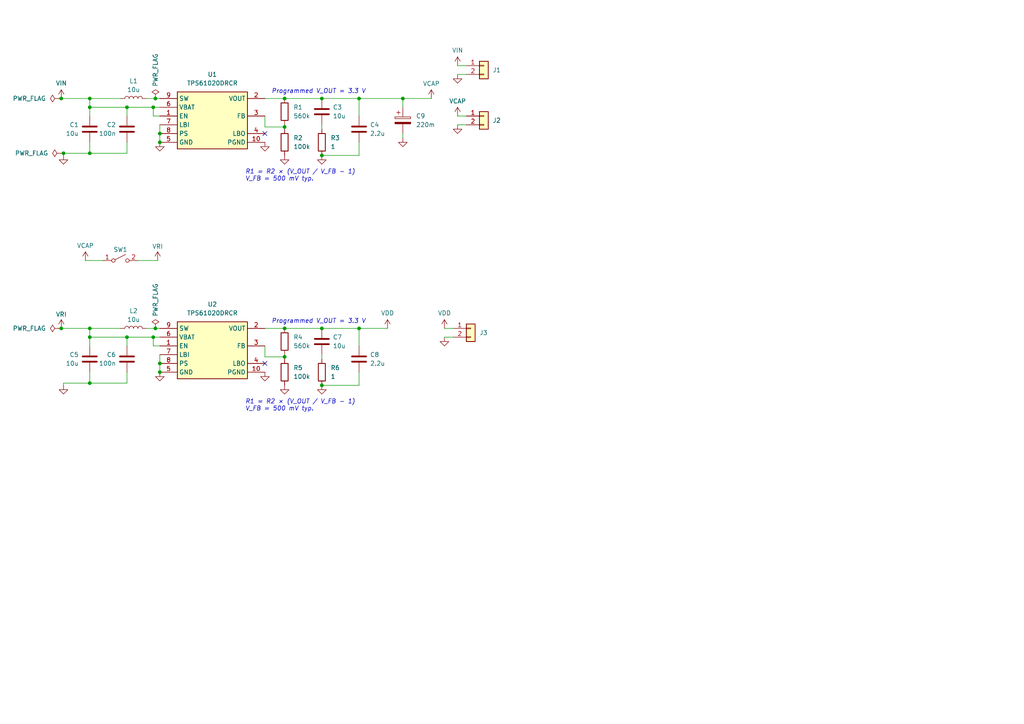
<source format=kicad_sch>
(kicad_sch (version 20230121) (generator eeschema)
  (paper "A4")
  (lib_symbols
    (symbol "Connector_Generic:Conn_01x02" (pin_names (offset 1.016) hide)
      (property "Reference" "J" (at 0 2.54 0))
      (property "Value" "Conn_01x02" (at 0 -5.08 0))
      (symbol "Conn_01x02_1_1"
        (rectangle (start -1.27 -2.413) (end 0 -2.667) (stroke (width 0.1524)))
        (rectangle (start -1.27 0.127) (end 0 -0.127) (stroke (width 0.1524)))
        (rectangle (start -1.27 1.27) (end 1.27 -3.81) (stroke (width 0.254)) (fill (type background)))
        (pin passive line (at -5.08 0 0) (length 3.81) (name "Pin_1") (number "1"))
        (pin passive line (at -5.08 -2.54 0) (length 3.81) (name "Pin_2") (number "2"))
      )
    )
    (symbol "Device:C" (pin_numbers hide) (pin_names (offset 0.254))
      (property "Reference" "C" (at 0.635 2.54 0))
      (property "Value" "C" (at 0.635 -2.54 0))
      (symbol "C_0_1"
        (polyline (pts (xy -2.032 -0.762) (xy 2.032 -0.762)) (stroke (width 0.508)))
        (polyline (pts (xy -2.032 0.762) (xy 2.032 0.762)) (stroke (width 0.508)))
      )
      (symbol "C_1_1"
        (pin passive line (at 0 3.81 270) (length 2.794) (name "~") (number "1"))
        (pin passive line (at 0 -3.81 90) (length 2.794) (name "~") (number "2"))
      )
    )
    (symbol "Device:C_Polarized" (pin_numbers hide) (pin_names (offset 0.254))
      (property "Reference" "C" (at 0.635 2.54 0))
      (property "Value" "C_Polarized" (at 0.635 -2.54 0))
      (symbol "C_Polarized_0_1"
        (rectangle (start -2.286 0.508) (end 2.286 1.016))
        (polyline (pts (xy -1.778 2.286) (xy -0.762 2.286)))
        (polyline (pts (xy -1.27 2.794) (xy -1.27 1.778)))
        (rectangle (start 2.286 -0.508) (end -2.286 -1.016) (fill (type outline)))
      )
      (symbol "C_Polarized_1_1"
        (pin passive line (at 0 3.81 270) (length 2.794) (name "~") (number "1"))
        (pin passive line (at 0 -3.81 90) (length 2.794) (name "~") (number "2"))
      )
    )
    (symbol "Device:L" (pin_numbers hide) (pin_names (offset 1.016) hide)
      (property "Reference" "L" (at -1.27 0 90))
      (property "Value" "L" (at 1.905 0 90))
      (symbol "L_0_1"
        (arc (start 0 -2.54) (mid 0.6323 -1.905) (end 0 -1.27))
        (arc (start 0 -1.27) (mid 0.6323 -0.635) (end 0 0))
        (arc (start 0 0) (mid 0.6323 0.635) (end 0 1.27))
        (arc (start 0 1.27) (mid 0.6323 1.905) (end 0 2.54))
      )
      (symbol "L_1_1"
        (pin passive line (at 0 3.81 270) (length 1.27) (name "1") (number "1"))
        (pin passive line (at 0 -3.81 90) (length 1.27) (name "2") (number "2"))
      )
    )
    (symbol "Device:R" (pin_numbers hide) (pin_names (offset 0))
      (property "Reference" "R" (at 2.032 0 90))
      (property "Value" "R" (at 0 0 90))
      (symbol "R_0_1"
        (rectangle (start -1.016 -2.54) (end 1.016 2.54) (stroke (width 0.254)))
      )
      (symbol "R_1_1"
        (pin passive line (at 0 3.81 270) (length 1.27) (name "~") (number "1"))
        (pin passive line (at 0 -3.81 90) (length 1.27) (name "~") (number "2"))
      )
    )
    (symbol "Soleil_symbols:VCAP" (power) (pin_names (offset 0))
      (property "Value" "VCAP" (at 0 3.81 0))
      (symbol "VCAP_0_1"
        (polyline (pts (xy -0.762 1.27) (xy 0 2.54)))
        (polyline (pts (xy 0 0) (xy 0 2.54)))
        (polyline (pts (xy 0 2.54) (xy 0.762 1.27)))
      )
      (symbol "VCAP_1_1"
        (pin power_in line (at 0 0 90) (length 0) hide (name "VCAP") (number "1"))
      )
    )
    (symbol "Soleil_symbols:VIN" (power) (pin_names (offset 0))
      (property "Value" "VIN" (at 0 3.81 0))
      (symbol "VIN_0_1"
        (polyline (pts (xy -0.762 1.27) (xy 0 2.54)))
        (polyline (pts (xy 0 0) (xy 0 2.54)))
        (polyline (pts (xy 0 2.54) (xy 0.762 1.27)))
      )
      (symbol "VIN_1_1"
        (pin power_in line (at 0 0 90) (length 0) hide (name "VIN") (number "1"))
      )
    )
    (symbol "Soleil_symbols:VRI" (power) (pin_names (offset 0))
      (property "Value" "VRI" (at 0 3.81 0))
      (symbol "VRI_0_1"
        (polyline (pts (xy -0.762 1.27) (xy 0 2.54)))
        (polyline (pts (xy 0 0) (xy 0 2.54)))
        (polyline (pts (xy 0 2.54) (xy 0.762 1.27)))
      )
      (symbol "VRI_1_1"
        (pin power_in line (at 0 0 90) (length 0) hide (name "VRI") (number "1"))
      )
    )
    (symbol "Switch:SW_SPST" (pin_names (offset 0) hide)
      (property "Reference" "SW" (at 0 3.175 0))
      (property "Value" "SW_SPST" (at 0 -2.54 0))
      (symbol "SW_SPST_0_0"
        (circle (center -2.032 0) (radius 0.508))
        (polyline (pts (xy -1.524 0.254) (xy 1.524 1.778)))
        (circle (center 2.032 0) (radius 0.508))
      )
      (symbol "SW_SPST_1_1"
        (pin passive line (at -5.08 0 0) (length 2.54) (name "A") (number "1"))
        (pin passive line (at 5.08 0 180) (length 2.54) (name "B") (number "2"))
      )
    )
    (symbol "TPS61020DRCR:TPS61020DRCR"
      (property "Reference" "U" (at 15.24 9.525 0))
      (property "Value" "TPS61020DRCR" (at 15.24 6.985 0))
      (symbol "TPS61020DRCR_1_1"
        (rectangle (start 5.08 4.445) (end 25.4 -12.065) (stroke (width 0.254)) (fill (type background)))
        (pin passive line (at 0 -2.54 0) (length 5.08) (name "EN") (number "1"))
        (pin power_in line (at 30.48 -10.16 180) (length 5.08) (name "PGND") (number "10"))
        (pin passive line (at 30.48 -10.16 180) (length 5.08) hide (name "EP/PGND_1") (number "11"))
        (pin power_out line (at 30.48 2.54 180) (length 5.08) (name "VOUT") (number "2"))
        (pin passive line (at 30.48 -2.54 180) (length 5.08) (name "FB") (number "3"))
        (pin passive line (at 30.48 -7.62 180) (length 5.08) (name "LBO") (number "4"))
        (pin passive line (at 0 -10.16 0) (length 5.08) (name "GND") (number "5"))
        (pin power_in line (at 0 0 0) (length 5.08) (name "VBAT") (number "6"))
        (pin passive line (at 0 -5.08 0) (length 5.08) (name "LBI") (number "7"))
        (pin passive line (at 0 -7.62 0) (length 5.08) (name "PS") (number "8"))
        (pin passive line (at 0 2.54 0) (length 5.08) (name "SW") (number "9"))
        (pin passive line (at 30.48 -10.16 180) (length 5.08) hide (name "EP/PGND_2") (number "A11"))
        (pin passive line (at 30.48 -10.16 180) (length 5.08) hide (name "EP/PGND_3") (number "B11"))
        (pin passive line (at 30.48 -10.16 180) (length 5.08) hide (name "EP/PGND_4") (number "C11"))
        (pin passive line (at 30.48 -10.16 180) (length 5.08) hide (name "EP/PGND_5") (number "D11"))
      )
    )
    (symbol "power:GND" (power) (pin_names (offset 0))
      (property "Value" "GND" (at 0 -3.81 0))
      (symbol "GND_0_1"
        (polyline (pts (xy 0 0) (xy 0 -1.27) (xy 1.27 -1.27) (xy 0 -2.54) (xy -1.27 -1.27) (xy 0 -1.27)))
      )
      (symbol "GND_1_1"
        (pin power_in line (at 0 0 270) (length 0) hide (name "GND") (number "1"))
      )
    )
    (symbol "power:PWR_FLAG" (power) (pin_numbers hide) (pin_names (offset 0) hide)
      (property "Value" "PWR_FLAG" (at 0 3.81 0))
      (symbol "PWR_FLAG_0_0"
        (pin power_out line (at 0 0 90) (length 0) (name "pwr") (number "1"))
      )
      (symbol "PWR_FLAG_0_1"
        (polyline (pts (xy 0 0) (xy 0 1.27) (xy -1.016 1.905) (xy 0 2.54) (xy 1.016 1.905) (xy 0 1.27)))
      )
    )
    (symbol "power:VDD" (power) (pin_names (offset 0))
      (property "Value" "VDD" (at 0 3.81 0))
      (symbol "VDD_0_1"
        (polyline (pts (xy -0.762 1.27) (xy 0 2.54)))
        (polyline (pts (xy 0 0) (xy 0 2.54)))
        (polyline (pts (xy 0 2.54) (xy 0.762 1.27)))
      )
      (symbol "VDD_1_1"
        (pin power_in line (at 0 0 90) (length 0) hide (name "VDD") (number "1"))
      )
    )
  )
  (junction (at 26.035 95.25))
  (junction (at 116.84 28.575))
  (junction (at 18.415 44.45))
  (junction (at 26.035 111.125))
  (junction (at 82.55 36.83))
  (junction (at 93.345 28.575))
  (junction (at 36.83 97.79))
  (junction (at 93.345 45.085))
  (junction (at 26.035 44.45))
  (junction (at 44.45 31.115))
  (junction (at 46.355 107.95))
  (junction (at 36.83 31.115))
  (junction (at 17.78 28.575))
  (junction (at 45.085 95.25))
  (junction (at 93.345 111.76))
  (junction (at 17.78 95.25))
  (junction (at 104.14 28.575))
  (junction (at 46.355 105.41))
  (junction (at 26.035 31.115))
  (junction (at 44.45 97.79))
  (junction (at 26.035 28.575))
  (junction (at 26.035 97.79))
  (junction (at 82.55 103.505))
  (junction (at 104.14 95.25))
  (junction (at 46.355 38.735))
  (junction (at 82.55 95.25))
  (junction (at 45.085 28.575))
  (junction (at 93.345 95.25))
  (junction (at 82.55 28.575))
  (junction (at 46.355 41.275))
  (no_connect (at 76.835 105.41))
  (no_connect (at 76.835 38.735))
  (wire (pts (xy 17.145 28.575) (xy 17.78 28.575)))
  (wire (pts (xy 128.905 97.79) (xy 131.445 97.79)))
  (wire (pts (xy 44.45 97.79) (xy 46.355 97.79)))
  (wire (pts (xy 116.84 40.005) (xy 116.84 38.735)))
  (wire (pts (xy 36.83 97.79) (xy 36.83 100.33)))
  (wire (pts (xy 18.415 111.125) (xy 18.415 111.76)))
  (wire (pts (xy 26.035 41.275) (xy 26.035 44.45)))
  (wire (pts (xy 76.835 100.33) (xy 76.835 103.505)))
  (wire (pts (xy 93.345 36.195) (xy 93.345 37.465)))
  (wire (pts (xy 132.715 33.655) (xy 135.255 33.655)))
  (wire (pts (xy 46.355 36.195) (xy 46.355 38.735)))
  (wire (pts (xy 45.72 75.565) (xy 40.005 75.565)))
  (wire (pts (xy 45.085 95.25) (xy 46.355 95.25)))
  (wire (pts (xy 42.545 95.25) (xy 45.085 95.25)))
  (wire (pts (xy 26.035 111.125) (xy 18.415 111.125)))
  (wire (pts (xy 26.035 31.115) (xy 26.035 28.575)))
  (wire (pts (xy 116.84 28.575) (xy 116.84 31.115)))
  (wire (pts (xy 76.835 95.25) (xy 82.55 95.25)))
  (wire (pts (xy 36.83 41.275) (xy 36.83 44.45)))
  (wire (pts (xy 82.55 103.505) (xy 82.55 104.14)))
  (wire (pts (xy 82.55 102.87) (xy 82.55 103.505)))
  (wire (pts (xy 112.395 95.25) (xy 104.14 95.25)))
  (wire (pts (xy 76.835 28.575) (xy 82.55 28.575)))
  (wire (pts (xy 128.905 95.25) (xy 131.445 95.25)))
  (wire (pts (xy 46.355 105.41) (xy 46.355 107.95)))
  (wire (pts (xy 36.83 97.79) (xy 44.45 97.79)))
  (wire (pts (xy 82.55 36.195) (xy 82.55 36.83)))
  (wire (pts (xy 26.035 31.115) (xy 26.035 33.655)))
  (wire (pts (xy 104.14 111.76) (xy 93.345 111.76)))
  (wire (pts (xy 45.085 28.575) (xy 46.355 28.575)))
  (wire (pts (xy 104.14 28.575) (xy 93.345 28.575)))
  (wire (pts (xy 116.84 28.575) (xy 104.14 28.575)))
  (wire (pts (xy 29.845 75.565) (xy 24.765 75.565)))
  (wire (pts (xy 46.355 38.735) (xy 46.355 41.275)))
  (wire (pts (xy 17.78 28.575) (xy 26.035 28.575)))
  (wire (pts (xy 44.45 97.79) (xy 44.45 100.33)))
  (wire (pts (xy 26.035 44.45) (xy 18.415 44.45)))
  (wire (pts (xy 46.355 33.655) (xy 44.45 33.655)))
  (wire (pts (xy 104.14 95.25) (xy 104.14 100.33)))
  (wire (pts (xy 82.55 36.83) (xy 82.55 37.465)))
  (wire (pts (xy 26.035 97.79) (xy 26.035 95.25)))
  (wire (pts (xy 104.14 41.275) (xy 104.14 45.085)))
  (wire (pts (xy 104.14 45.085) (xy 93.345 45.085)))
  (wire (pts (xy 76.835 33.655) (xy 76.835 36.83)))
  (wire (pts (xy 26.035 97.79) (xy 26.035 100.33)))
  (wire (pts (xy 104.14 107.95) (xy 104.14 111.76)))
  (wire (pts (xy 76.835 36.83) (xy 82.55 36.83)))
  (wire (pts (xy 132.715 21.59) (xy 135.255 21.59)))
  (wire (pts (xy 44.45 31.115) (xy 44.45 33.655)))
  (wire (pts (xy 36.83 44.45) (xy 26.035 44.45)))
  (wire (pts (xy 93.345 102.87) (xy 93.345 104.14)))
  (wire (pts (xy 17.145 95.25) (xy 17.78 95.25)))
  (wire (pts (xy 116.84 28.575) (xy 125.095 28.575)))
  (wire (pts (xy 36.83 111.125) (xy 26.035 111.125)))
  (wire (pts (xy 44.45 31.115) (xy 46.355 31.115)))
  (wire (pts (xy 26.035 28.575) (xy 34.925 28.575)))
  (wire (pts (xy 82.55 28.575) (xy 93.345 28.575)))
  (wire (pts (xy 42.545 28.575) (xy 45.085 28.575)))
  (wire (pts (xy 104.14 28.575) (xy 104.14 33.655)))
  (wire (pts (xy 17.78 44.45) (xy 18.415 44.45)))
  (wire (pts (xy 46.355 100.33) (xy 44.45 100.33)))
  (wire (pts (xy 26.035 97.79) (xy 36.83 97.79)))
  (wire (pts (xy 104.14 95.25) (xy 93.345 95.25)))
  (wire (pts (xy 46.355 102.87) (xy 46.355 105.41)))
  (wire (pts (xy 76.835 103.505) (xy 82.55 103.505)))
  (wire (pts (xy 132.715 36.195) (xy 135.255 36.195)))
  (wire (pts (xy 82.55 95.25) (xy 93.345 95.25)))
  (wire (pts (xy 36.83 31.115) (xy 36.83 33.655)))
  (wire (pts (xy 26.035 95.25) (xy 34.925 95.25)))
  (wire (pts (xy 36.83 107.95) (xy 36.83 111.125)))
  (wire (pts (xy 26.035 107.95) (xy 26.035 111.125)))
  (wire (pts (xy 132.715 19.05) (xy 135.255 19.05)))
  (wire (pts (xy 17.78 95.25) (xy 26.035 95.25)))
  (wire (pts (xy 36.83 31.115) (xy 44.45 31.115)))
  (wire (pts (xy 26.035 31.115) (xy 36.83 31.115)))
  (wire (pts (xy 18.415 44.45) (xy 18.415 45.085)))
  (text "Programmed V_OUT = 3.3 V" (at 78.74 27.305 0) (effects (font (size 1.27 1.27) italic) (justify left bottom)))
  (text "Programmed V_OUT = 3.3 V" (at 78.74 93.98 0) (effects (font (size 1.27 1.27) italic) (justify left bottom)))
  (text "R1 = R2 × (V_OUT / V_FB - 1)\nV_FB = 500 mV typ." (at 71.12 119.38 0) (effects (font (size 1.27 1.27) italic) (justify left bottom)))
  (text "R1 = R2 × (V_OUT / V_FB - 1)\nV_FB = 500 mV typ." (at 71.12 52.705 0) (effects (font (size 1.27 1.27) italic) (justify left bottom)))
  (symbol (lib_id "power:VDD") (at 128.905 95.25 0) (unit 1)
    (property "Reference" "#PWR08" (effects hide))
    (property "Value" "VDD" (at 128.905 90.805 0))
  )
  (symbol (lib_id "Soleil_symbols:VCAP") (at 125.095 28.575 0) (unit 1)
    (property "Reference" "#PWR06" (effects hide))
    (property "Value" "VCAP" (at 125.095 24.257 0))
  )
  (symbol (lib_id "Connector_Generic:Conn_01x02") (at 140.335 33.655 0) (unit 1)
    (property "Reference" "J2" (at 142.875 34.925 0) (effects (justify left)))
    (property "Value" "Conn_01x02" (effects hide))
    (property "Footprint" "Connector_PinHeader_2.54mm:PinHeader_1x02_P2.54mm_Vertical" (effects hide))
  )
  (symbol (lib_id "power:GND") (at 128.905 97.79 0) (unit 1)
    (property "Reference" "#PWR09" (effects hide))
    (property "Value" "GND" (effects hide))
  )
  (symbol (lib_id "Soleil_symbols:VIN") (at 132.715 19.05 0) (unit 1)
    (property "Reference" "#PWR015" (effects hide))
    (property "Value" "VIN" (at 132.715 14.605 0))
  )
  (symbol (lib_id "power:PWR_FLAG") (at 17.78 44.45 90) (unit 1)
    (property "Reference" "#FLG02" (effects hide))
    (property "Value" "PWR_FLAG" (at 13.97 44.45 90) (effects (justify left)))
  )
  (symbol (lib_id "power:PWR_FLAG") (at 17.145 28.575 90) (unit 1)
    (property "Reference" "#FLG01" (effects hide))
    (property "Value" "PWR_FLAG" (at 13.335 28.575 90) (effects (justify left)))
  )
  (symbol (lib_id "Soleil_symbols:VCAP") (at 132.715 33.655 0) (unit 1)
    (property "Reference" "#PWR011" (effects hide))
    (property "Value" "VCAP" (at 132.715 29.337 0))
  )
  (symbol (lib_id "Device:R") (at 82.55 107.95 0) (unit 1)
    (property "Reference" "R5" (at 85.09 106.68 0) (effects (justify left)))
    (property "Value" "100k" (at 85.09 109.22 0) (effects (justify left)))
    (property "Footprint" "Resistor_SMD:R_0402_1005Metric" (effects hide))
  )
  (symbol (lib_id "Connector_Generic:Conn_01x02") (at 140.335 19.05 0) (unit 1)
    (property "Reference" "J1" (at 142.875 20.32 0) (effects (justify left)))
    (property "Value" "Conn_01x02" (effects hide))
    (property "Footprint" "Connector_PinHeader_2.54mm:PinHeader_1x02_P2.54mm_Vertical" (effects hide))
  )
  (symbol (lib_id "Device:C_Polarized") (at 116.84 34.925 0) (unit 1)
    (property "Reference" "C9" (at 120.65 33.655 0) (effects (justify left)))
    (property "Value" "220m" (at 120.65 36.195 0) (effects (justify left)))
    (property "Footprint" "Soleil_footprints:DMS3R3" (effects hide))
  )
  (symbol (lib_id "power:PWR_FLAG") (at 45.085 95.25 0) (unit 1)
    (property "Reference" "#FLG06" (effects hide))
    (property "Value" "PWR_FLAG" (at 45.085 86.995 90))
  )
  (symbol (lib_id "power:GND") (at 18.415 45.085 0) (unit 1)
    (property "Reference" "#PWR01" (effects hide))
    (property "Value" "GND" (effects hide))
  )
  (symbol (lib_id "Switch:SW_SPST") (at 34.925 75.565 0) (unit 1)
    (property "Reference" "SW1" (at 34.925 72.39 0))
    (property "Value" "SW_SPST" (effects hide))
    (property "Footprint" "Soleil_footprints:SPST_1x01_P2.54" (effects hide))
  )
  (symbol (lib_id "power:GND") (at 132.715 36.195 0) (unit 1)
    (property "Reference" "#PWR012" (effects hide))
    (property "Value" "GND" (effects hide))
  )
  (symbol (lib_id "Device:R") (at 82.55 32.385 0) (unit 1)
    (property "Reference" "R1" (at 85.09 31.115 0) (effects (justify left)))
    (property "Value" "560k" (at 85.09 33.655 0) (effects (justify left)))
    (property "Footprint" "Resistor_SMD:R_0402_1005Metric" (effects hide))
  )
  (symbol (lib_id "power:GND") (at 132.715 21.59 0) (unit 1)
    (property "Reference" "#PWR014" (effects hide))
    (property "Value" "GND" (effects hide))
  )
  (symbol (lib_id "power:GND") (at 82.55 111.76 0) (unit 1)
    (property "Reference" "#PWR021" (effects hide))
    (property "Value" "GND" (effects hide))
  )
  (symbol (lib_id "TPS61020DRCR:TPS61020DRCR") (at 46.355 31.115 0) (unit 1)
    (property "Reference" "U1" (at 61.595 21.59 0))
    (property "Value" "TPS61020DRCR" (at 61.595 24.13 0))
    (property "Footprint" "TPS61020DRCR:TPS61020DRCR" (effects hide))
    (property "Datasheet" "http://www.ti.com/lit/gpn/tps61020" (effects hide))
    (property "Height" "1" (effects hide))
    (property "Manufacturer_Name" "Texas Instruments" (effects hide))
    (property "Manufacturer_Part_Number" "TPS61020DRCR" (effects hide))
    (property "Mouser Part Number" "595-TPS61020DRCR" (effects hide))
    (property "Mouser Price/Stock" "https://www.mouser.co.uk/ProductDetail/Texas-Instruments/TPS61020DRCR?qs=Gse6rAGbi796RGRnJJkACQ%3D%3D" (effects hide))
    (property "Arrow Part Number" "TPS61020DRCR" (effects hide))
    (property "Arrow Price/Stock" "https://www.arrow.com/en/products/tps61020drcr/texas-instruments" (effects hide))
  )
  (symbol (lib_id "Device:C") (at 26.035 37.465 0) (mirror y) (unit 1)
    (property "Reference" "C1" (at 22.86 36.195 0) (effects (justify left)))
    (property "Value" "10u" (at 22.86 38.735 0) (effects (justify left)))
    (property "Footprint" "Capacitor_SMD:C_0603_1608Metric" (effects hide))
  )
  (symbol (lib_id "power:GND") (at 46.355 41.275 0) (unit 1)
    (property "Reference" "#PWR03" (effects hide))
    (property "Value" "GND" (effects hide))
  )
  (symbol (lib_id "Device:L") (at 38.735 28.575 90) (unit 1)
    (property "Reference" "L1" (at 38.735 23.495 90))
    (property "Value" "10u" (at 38.735 26.035 90))
    (property "Footprint" "Inductor_SMD:L_Sunlord_SWPA252012S" (effects hide))
    (property "Datasheet" "SWPA252012S100MT" (effects hide))
  )
  (symbol (lib_id "power:PWR_FLAG") (at 17.145 95.25 90) (unit 1)
    (property "Reference" "#FLG03" (effects hide))
    (property "Value" "PWR_FLAG" (at 13.335 95.25 90) (effects (justify left)))
  )
  (symbol (lib_id "Device:C") (at 93.345 99.06 0) (unit 1)
    (property "Reference" "C7" (at 96.52 97.79 0) (effects (justify left)))
    (property "Value" "10u" (at 96.52 100.33 0) (effects (justify left)))
    (property "Footprint" "Capacitor_SMD:C_0603_1608Metric" (effects hide))
  )
  (symbol (lib_id "Device:C") (at 36.83 104.14 0) (mirror y) (unit 1)
    (property "Reference" "C6" (at 33.655 102.87 0) (effects (justify left)))
    (property "Value" "100n" (at 33.655 105.41 0) (effects (justify left)))
    (property "Footprint" "Capacitor_SMD:C_0603_1608Metric" (effects hide))
  )
  (symbol (lib_id "Device:C") (at 93.345 32.385 0) (unit 1)
    (property "Reference" "C3" (at 96.52 31.115 0) (effects (justify left)))
    (property "Value" "10u" (at 96.52 33.655 0) (effects (justify left)))
    (property "Footprint" "Capacitor_SMD:C_0603_1608Metric" (effects hide))
  )
  (symbol (lib_id "power:PWR_FLAG") (at 45.085 28.575 0) (unit 1)
    (property "Reference" "#FLG05" (effects hide))
    (property "Value" "PWR_FLAG" (at 45.085 20.32 90))
  )
  (symbol (lib_id "Device:C") (at 104.14 37.465 0) (unit 1)
    (property "Reference" "C4" (at 107.315 36.195 0) (effects (justify left)))
    (property "Value" "2.2u" (at 107.315 38.735 0) (effects (justify left)))
    (property "Footprint" "Capacitor_SMD:C_0603_1608Metric" (effects hide))
  )
  (symbol (lib_id "Device:C") (at 36.83 37.465 0) (mirror y) (unit 1)
    (property "Reference" "C2" (at 33.655 36.195 0) (effects (justify left)))
    (property "Value" "100n" (at 33.655 38.735 0) (effects (justify left)))
    (property "Footprint" "Capacitor_SMD:C_0603_1608Metric" (effects hide))
  )
  (symbol (lib_id "power:VDD") (at 112.395 95.25 0) (unit 1)
    (property "Reference" "#PWR028" (effects hide))
    (property "Value" "VDD" (at 112.395 90.805 0))
  )
  (symbol (lib_id "power:GND") (at 46.355 107.95 0) (unit 1)
    (property "Reference" "#PWR019" (effects hide))
    (property "Value" "GND" (effects hide))
  )
  (symbol (lib_id "power:GND") (at 93.345 45.085 0) (unit 1)
    (property "Reference" "#PWR05" (effects hide))
    (property "Value" "GND" (effects hide))
  )
  (symbol (lib_id "Soleil_symbols:VRI") (at 17.78 95.25 0) (unit 1)
    (property "Reference" "#PWR017" (effects hide))
    (property "Value" "VRI" (at 17.78 91.186 0))
  )
  (symbol (lib_id "Device:R") (at 93.345 41.275 0) (unit 1)
    (property "Reference" "R3" (at 95.885 40.005 0) (effects (justify left)))
    (property "Value" "1" (at 95.885 42.545 0) (effects (justify left)))
    (property "Footprint" "Resistor_SMD:R_0402_1005Metric" (effects hide))
  )
  (symbol (lib_id "Device:R") (at 82.55 41.275 0) (unit 1)
    (property "Reference" "R2" (at 85.09 40.005 0) (effects (justify left)))
    (property "Value" "100k" (at 85.09 42.545 0) (effects (justify left)))
    (property "Footprint" "Resistor_SMD:R_0402_1005Metric" (effects hide))
  )
  (symbol (lib_id "Device:L") (at 38.735 95.25 90) (unit 1)
    (property "Reference" "L2" (at 38.735 90.17 90))
    (property "Value" "10u" (at 38.735 92.71 90))
    (property "Footprint" "Inductor_SMD:L_Sunlord_SWPA252012S" (effects hide))
    (property "Datasheet" "SWPA252012S100MT" (effects hide))
  )
  (symbol (lib_id "Soleil_symbols:VIN") (at 17.78 28.575 0) (unit 1)
    (property "Reference" "#PWR013" (effects hide))
    (property "Value" "VIN" (at 17.78 24.13 0))
  )
  (symbol (lib_id "power:GND") (at 82.55 45.085 0) (unit 1)
    (property "Reference" "#PWR04" (effects hide))
    (property "Value" "GND" (effects hide))
  )
  (symbol (lib_id "power:GND") (at 18.415 111.76 0) (unit 1)
    (property "Reference" "#PWR018" (effects hide))
    (property "Value" "GND" (effects hide))
  )
  (symbol (lib_id "power:GND") (at 116.84 40.005 0) (unit 1)
    (property "Reference" "#PWR02" (effects hide))
    (property "Value" "GND" (effects hide))
  )
  (symbol (lib_id "Device:C") (at 104.14 104.14 0) (unit 1)
    (property "Reference" "C8" (at 107.315 102.87 0) (effects (justify left)))
    (property "Value" "2.2u" (at 107.315 105.41 0) (effects (justify left)))
    (property "Footprint" "Capacitor_SMD:C_0603_1608Metric" (effects hide))
  )
  (symbol (lib_id "Soleil_symbols:VCAP") (at 24.765 75.565 0) (unit 1)
    (property "Reference" "#PWR010" (effects hide))
    (property "Value" "VCAP" (at 24.765 71.247 0))
  )
  (symbol (lib_id "Soleil_symbols:VRI") (at 45.72 75.565 0) (unit 1)
    (property "Reference" "#PWR07" (effects hide))
    (property "Value" "VRI" (at 45.72 71.501 0))
  )
  (symbol (lib_id "Device:R") (at 93.345 107.95 0) (unit 1)
    (property "Reference" "R6" (at 95.885 106.68 0) (effects (justify left)))
    (property "Value" "1" (at 95.885 109.22 0) (effects (justify left)))
    (property "Footprint" "Resistor_SMD:R_0402_1005Metric" (effects hide))
  )
  (symbol (lib_id "Connector_Generic:Conn_01x02") (at 136.525 95.25 0) (unit 1)
    (property "Reference" "J3" (at 139.065 96.52 0) (effects (justify left)))
    (property "Value" "Conn_01x02" (effects hide))
    (property "Footprint" "Connector_PinHeader_2.54mm:PinHeader_1x02_P2.54mm_Vertical" (effects hide))
  )
  (symbol (lib_id "Device:R") (at 82.55 99.06 0) (unit 1)
    (property "Reference" "R4" (at 85.09 97.79 0) (effects (justify left)))
    (property "Value" "560k" (at 85.09 100.33 0) (effects (justify left)))
    (property "Footprint" "Resistor_SMD:R_0402_1005Metric" (effects hide))
  )
  (symbol (lib_id "Device:C") (at 26.035 104.14 0) (mirror y) (unit 1)
    (property "Reference" "C5" (at 22.86 102.87 0) (effects (justify left)))
    (property "Value" "10u" (at 22.86 105.41 0) (effects (justify left)))
    (property "Footprint" "Capacitor_SMD:C_0603_1608Metric" (effects hide))
  )
  (symbol (lib_id "power:GND") (at 76.835 107.95 0) (unit 1)
    (property "Reference" "#PWR020" (effects hide))
    (property "Value" "GND" (effects hide))
  )
  (symbol (lib_id "power:GND") (at 93.345 111.76 0) (unit 1)
    (property "Reference" "#PWR022" (effects hide))
    (property "Value" "GND" (effects hide))
  )
  (symbol (lib_id "TPS61020DRCR:TPS61020DRCR") (at 46.355 97.79 0) (unit 1)
    (property "Reference" "U2" (at 61.595 88.265 0))
    (property "Value" "TPS61020DRCR" (at 61.595 90.805 0))
    (property "Footprint" "TPS61020DRCR:TPS61020DRCR" (effects hide))
    (property "Datasheet" "http://www.ti.com/lit/gpn/tps61020" (effects hide))
    (property "Height" "1" (effects hide))
    (property "Manufacturer_Name" "Texas Instruments" (effects hide))
    (property "Manufacturer_Part_Number" "TPS61020DRCR" (effects hide))
    (property "Mouser Part Number" "595-TPS61020DRCR" (effects hide))
    (property "Mouser Price/Stock" "https://www.mouser.co.uk/ProductDetail/Texas-Instruments/TPS61020DRCR?qs=Gse6rAGbi796RGRnJJkACQ%3D%3D" (effects hide))
    (property "Arrow Part Number" "TPS61020DRCR" (effects hide))
    (property "Arrow Price/Stock" "https://www.arrow.com/en/products/tps61020drcr/texas-instruments" (effects hide))
  )
  (symbol (lib_id "power:GND") (at 76.835 41.275 0) (unit 1)
    (property "Reference" "#PWR016" (effects hide))
    (property "Value" "GND" (effects hide))
  )
)
</source>
